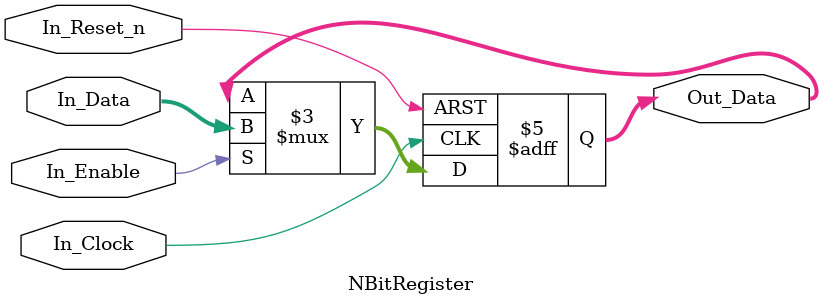
<source format=v>
module NBitRegister(In_Clock,In_Reset_n,In_Data,In_Enable,Out_Data);
	parameter WIDTH = 32;
	parameter PRELOAD = 0;

	input In_Clock; 					// Clock
	input In_Reset_n; 					// Active low clear (async)
	input [WIDTH-1:0] In_Data; 			// Data input
	input In_Enable; 					// Active High Enable

	output reg [WIDTH-1:0] Out_Data; 	// Data output


always@(posedge(In_Clock), negedge(In_Reset_n))
begin
	if(!In_Reset_n)
		Out_Data <= PRELOAD;
	else
	begin
		if(In_Enable)
			Out_Data <= In_Data;
	end
end


endmodule

</source>
